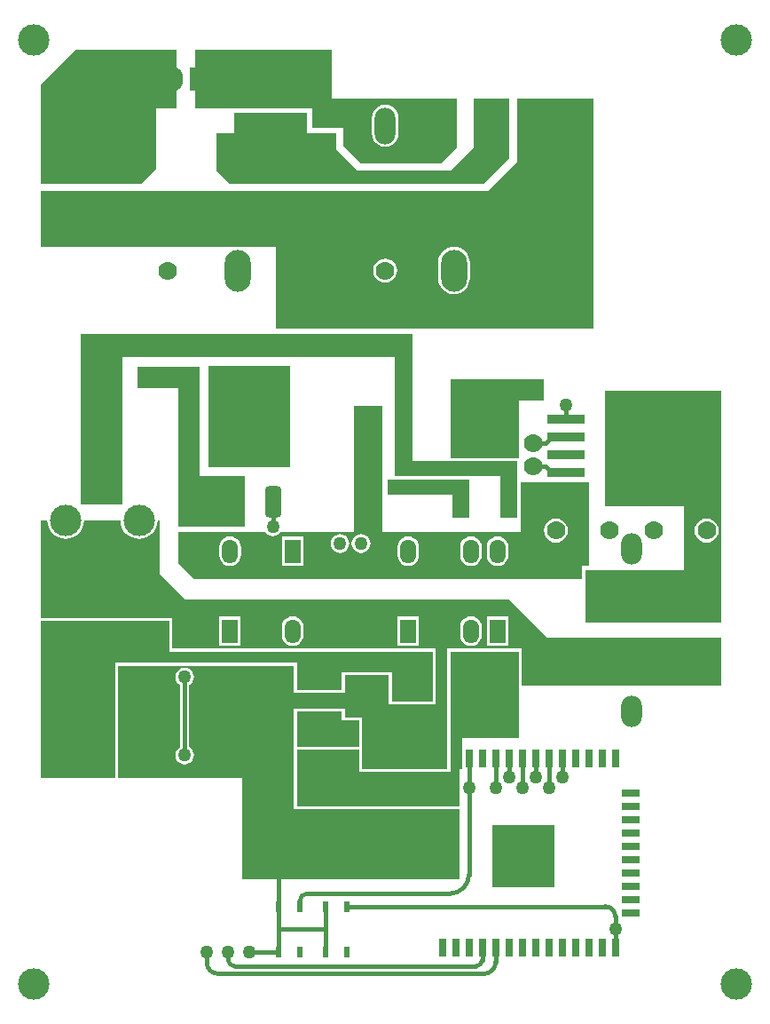
<source format=gtl>
G04*
G04 #@! TF.GenerationSoftware,Altium Limited,Altium Designer,18.0.7 (293)*
G04*
G04 Layer_Physical_Order=1*
G04 Layer_Color=255*
%FSLAX44Y44*%
%MOMM*%
G71*
G01*
G75*
%ADD10C,0.3810*%
%ADD11R,1.0000X1.3970*%
G04:AMPARAMS|DCode=12|XSize=1.6mm|YSize=3mm|CornerRadius=0.4mm|HoleSize=0mm|Usage=FLASHONLY|Rotation=180.000|XOffset=0mm|YOffset=0mm|HoleType=Round|Shape=RoundedRectangle|*
%AMROUNDEDRECTD12*
21,1,1.6000,2.2000,0,0,180.0*
21,1,0.8000,3.0000,0,0,180.0*
1,1,0.8000,-0.4000,1.1000*
1,1,0.8000,0.4000,1.1000*
1,1,0.8000,0.4000,-1.1000*
1,1,0.8000,-0.4000,-1.1000*
%
%ADD12ROUNDEDRECTD12*%
G04:AMPARAMS|DCode=13|XSize=5.8mm|YSize=6.2mm|CornerRadius=1.45mm|HoleSize=0mm|Usage=FLASHONLY|Rotation=180.000|XOffset=0mm|YOffset=0mm|HoleType=Round|Shape=RoundedRectangle|*
%AMROUNDEDRECTD13*
21,1,5.8000,3.3000,0,0,180.0*
21,1,2.9000,6.2000,0,0,180.0*
1,1,2.9000,-1.4500,1.6500*
1,1,2.9000,1.4500,1.6500*
1,1,2.9000,1.4500,-1.6500*
1,1,2.9000,-1.4500,-1.6500*
%
%ADD13ROUNDEDRECTD13*%
%ADD14R,0.6000X1.0000*%
%ADD15R,2.0000X4.1000*%
%ADD16R,1.3970X1.0000*%
%ADD17R,2.0000X4.0000*%
%ADD18R,7.0000X5.0000*%
%ADD19R,1.8000X0.8000*%
%ADD20R,0.8000X1.8000*%
%ADD21R,6.0000X6.0000*%
%ADD22R,1.8000X3.3000*%
%ADD23R,7.0000X8.5000*%
%ADD24R,3.5800X0.9000*%
G04:AMPARAMS|DCode=25|XSize=1.6mm|YSize=3mm|CornerRadius=0.4mm|HoleSize=0mm|Usage=FLASHONLY|Rotation=270.000|XOffset=0mm|YOffset=0mm|HoleType=Round|Shape=RoundedRectangle|*
%AMROUNDEDRECTD25*
21,1,1.6000,2.2000,0,0,270.0*
21,1,0.8000,3.0000,0,0,270.0*
1,1,0.8000,-1.1000,-0.4000*
1,1,0.8000,-1.1000,0.4000*
1,1,0.8000,1.1000,0.4000*
1,1,0.8000,1.1000,-0.4000*
%
%ADD25ROUNDEDRECTD25*%
G04:AMPARAMS|DCode=26|XSize=5.8mm|YSize=6.2mm|CornerRadius=1.45mm|HoleSize=0mm|Usage=FLASHONLY|Rotation=270.000|XOffset=0mm|YOffset=0mm|HoleType=Round|Shape=RoundedRectangle|*
%AMROUNDEDRECTD26*
21,1,5.8000,3.3000,0,0,270.0*
21,1,2.9000,6.2000,0,0,270.0*
1,1,2.9000,-1.6500,-1.4500*
1,1,2.9000,-1.6500,1.4500*
1,1,2.9000,1.6500,1.4500*
1,1,2.9000,1.6500,-1.4500*
%
%ADD26ROUNDEDRECTD26*%
%ADD27R,7.7888X9.6097*%
%ADD28C,1.7780*%
%ADD29R,1.9050X2.2860*%
%ADD30O,1.9050X2.2860*%
%ADD31O,2.0000X3.5000*%
%ADD32R,1.5240X2.2860*%
%ADD33O,1.5240X2.2860*%
%ADD34O,2.5000X4.0000*%
%ADD35R,2.5000X4.0000*%
%ADD36R,1.2080X1.2080*%
%ADD37C,1.2080*%
%ADD38O,2.0000X3.0000*%
%ADD39C,3.0480*%
%ADD40C,1.2700*%
%ADD41C,3.0000*%
%ADD42C,3.0000*%
G36*
X-415926Y449199D02*
X-415926Y393319D01*
X-304674Y393319D01*
Y374523D01*
X-274956D01*
Y357251D01*
X-257824Y340119D01*
X-181894Y340119D01*
X-166498Y355515D01*
Y401955D01*
X-285624Y401955D01*
Y449199D01*
X-415926Y449199D01*
D02*
G37*
G36*
X-563500Y415671D02*
X-563500Y320675D01*
X-467488Y320675D01*
X-453264Y334899D01*
X-453264Y393319D01*
X-433452Y393319D01*
X-433452Y449199D01*
X-529972Y449199D01*
X-563500Y415671D01*
D02*
G37*
G36*
X-150496Y355219D02*
X-172340Y333375D01*
X-261494Y333375D01*
X-281560Y353441D01*
X-281560Y368814D01*
X-395860D01*
Y333375D01*
X-383160Y320675D01*
X-140590Y320675D01*
X-115952Y345313D01*
Y401955D01*
X-150496Y401955D01*
X-150496Y355219D01*
D02*
G37*
G36*
X-108840Y342265D02*
X-136780Y314325D01*
X-563500Y314325D01*
X-563500Y261239D01*
X-339218Y261239D01*
Y183007D01*
X-35942Y183007D01*
X-35942Y401955D01*
X-108840Y401955D01*
Y342265D01*
D02*
G37*
G36*
X-172612Y59601D02*
X-106812D01*
Y113957D01*
X-83524Y113957D01*
Y134785D01*
X-172612Y134785D01*
Y59601D01*
D02*
G37*
G36*
X-470790Y126186D02*
X-431766D01*
Y-5965D01*
X-368774Y-5965D01*
X-368774Y42291D01*
X-411997Y42291D01*
X-411997Y146845D01*
X-470790D01*
Y126186D01*
D02*
G37*
G36*
X-232030Y25019D02*
X-170816Y25019D01*
X-170816Y2921D01*
X-154560Y2921D01*
X-154560Y39243D01*
X-232030D01*
X-232030Y25019D01*
D02*
G37*
G36*
X-525400Y177927D02*
X-525400Y15367D01*
X-485268Y15367D01*
X-485268Y155829D01*
X-225758Y155829D01*
X-225758Y91313D01*
X-225758Y42291D01*
X-125096Y42291D01*
X-125096Y2921D01*
X-108840Y2921D01*
X-108840Y56769D01*
X-208662Y56769D01*
X-208662Y91313D01*
X-225758D01*
X-208662Y91313D01*
X-208662Y177927D01*
X-525400Y177927D01*
D02*
G37*
G36*
X-264314Y109369D02*
X-264314Y-11027D01*
X-334528Y-11027D01*
X-335509Y-12305D01*
X-337366Y-13730D01*
X-339529Y-14626D01*
X-341850Y-14932D01*
X-344170Y-14626D01*
X-346333Y-13730D01*
X-348190Y-12305D01*
X-349171Y-11027D01*
X-431766Y-11027D01*
X-431766Y-41454D01*
X-417235Y-55985D01*
X-46694Y-55985D01*
Y-43307D01*
X-40090D01*
X-40090Y36741D01*
X-105368D01*
Y-11027D01*
X-237644Y-11027D01*
X-237644Y109369D01*
X-264314Y109369D01*
D02*
G37*
G36*
X-563500Y-92762D02*
X-437862Y-92762D01*
X-437862Y-122226D01*
X-186402D01*
Y-175531D01*
X-231106D01*
Y-147169D01*
X-273270Y-147169D01*
X-273270Y-164390D01*
X-321784Y-164390D01*
X-321784Y-138482D01*
X-489678Y-138482D01*
X-489678Y-245585D01*
X-371568Y-245585D01*
Y-342189D01*
X-163916D01*
Y-275389D01*
X-321784D01*
Y-212608D01*
X-321784Y-179630D01*
X-273371Y-179630D01*
X-273371Y-187504D01*
X-256506Y-187504D01*
X-256506Y-236780D01*
X-175226Y-236780D01*
X-175226Y-122226D01*
X-104106D01*
Y-157278D01*
X19846Y-157278D01*
X86148Y-157278D01*
X86148Y-111812D01*
X-79722D01*
X-116044Y-75490D01*
X-425416Y-75490D01*
X-449800Y-51106D01*
Y-0D01*
X-452039D01*
X-452378Y-3438D01*
X-453381Y-6745D01*
X-455009Y-9792D01*
X-457201Y-12463D01*
X-459872Y-14655D01*
X-462919Y-16283D01*
X-466225Y-17286D01*
X-469664Y-17625D01*
X-473102Y-17286D01*
X-476409Y-16283D01*
X-479456Y-14655D01*
X-482126Y-12463D01*
X-484318Y-9792D01*
X-485947Y-6745D01*
X-486950Y-3438D01*
X-487289Y-0D01*
X-522039Y0D01*
X-522378Y-3438D01*
X-523381Y-6745D01*
X-525009Y-9792D01*
X-527201Y-12463D01*
X-529872Y-14655D01*
X-532919Y-16283D01*
X-536225Y-17286D01*
X-539664Y-17625D01*
X-543102Y-17286D01*
X-546409Y-16283D01*
X-549456Y-14655D01*
X-552127Y-12463D01*
X-554318Y-9792D01*
X-555947Y-6745D01*
X-556950Y-3438D01*
X-557289Y0D01*
X-563499D01*
X-563500Y-92762D01*
D02*
G37*
G36*
X-24792Y13373D02*
X50168Y13373D01*
X50168Y-47095D01*
X-43816Y-47095D01*
X-43816Y-97387D01*
X86148Y-97387D01*
X86148Y123825D01*
X-24792Y123825D01*
Y13373D01*
D02*
G37*
G36*
X-318990Y-182220D02*
X-318990Y-215698D01*
X-259300Y-215698D01*
X-259300Y-190298D01*
X-276064Y-190298D01*
X-276064Y-182220D01*
X-318990Y-182220D01*
D02*
G37*
G36*
X-563500Y-95556D02*
X-563500Y-245585D01*
X-492450D01*
X-492450Y-135688D01*
X-318990Y-135688D01*
X-318990Y-161457D01*
X-276064Y-161457D01*
Y-144579D01*
X-228312Y-144579D01*
X-228312Y-172737D01*
X-189196Y-172737D01*
X-189196Y-125020D01*
X-440656Y-125020D01*
X-440656Y-95556D01*
X-563500Y-95556D01*
D02*
G37*
G36*
X-172612Y-236780D02*
X-172612D01*
X-172612Y-239574D01*
X-259300D01*
X-259300Y-218746D01*
X-318990Y-218746D01*
X-318990Y-272425D01*
X-163916Y-272425D01*
X-163916Y-236780D01*
X-161376D01*
X-161376Y-207062D01*
X-106812D01*
X-106812Y-125020D01*
X-172612Y-125020D01*
Y-236780D01*
D02*
G37*
%LPC*%
G36*
X-234702Y396462D02*
X-231428Y396031D01*
X-228378Y394768D01*
X-225758Y392758D01*
X-223748Y390138D01*
X-222485Y387088D01*
X-222054Y383814D01*
Y368814D01*
X-222485Y365541D01*
X-223748Y362490D01*
X-225758Y359870D01*
X-228378Y357860D01*
X-231428Y356597D01*
X-234702Y356166D01*
X-237976Y356597D01*
X-241026Y357860D01*
X-243646Y359870D01*
X-245656Y362490D01*
X-246919Y365541D01*
X-247350Y368814D01*
Y383814D01*
X-246919Y387088D01*
X-245656Y390138D01*
X-243646Y392758D01*
X-241026Y394768D01*
X-237976Y396031D01*
X-234702Y396462D01*
D02*
G37*
G36*
X-234750Y249770D02*
X-231766Y249377D01*
X-228986Y248225D01*
X-226598Y246393D01*
X-224766Y244005D01*
X-223615Y241225D01*
X-223222Y238241D01*
X-223615Y235257D01*
X-224766Y232477D01*
X-226598Y230089D01*
X-228986Y228257D01*
X-231766Y227105D01*
X-234750Y226712D01*
X-237734Y227105D01*
X-240515Y228257D01*
X-242902Y230089D01*
X-244734Y232477D01*
X-245886Y235257D01*
X-246279Y238241D01*
X-245886Y241225D01*
X-244734Y244005D01*
X-242902Y246393D01*
X-240515Y248225D01*
X-237734Y249377D01*
X-234750Y249770D01*
D02*
G37*
G36*
X-168902Y260854D02*
X-165954Y260563D01*
X-163119Y259703D01*
X-160506Y258307D01*
X-158216Y256427D01*
X-156337Y254137D01*
X-154940Y251524D01*
X-154080Y248689D01*
X-153790Y245741D01*
Y230741D01*
X-154080Y227793D01*
X-154940Y224958D01*
X-156337Y222345D01*
X-158216Y220055D01*
X-160506Y218175D01*
X-163119Y216779D01*
X-165954Y215919D01*
X-168902Y215628D01*
X-171851Y215919D01*
X-174686Y216779D01*
X-177299Y218175D01*
X-179589Y220055D01*
X-181468Y222345D01*
X-182865Y224958D01*
X-183725Y227793D01*
X-184015Y230741D01*
Y245741D01*
X-183725Y248689D01*
X-182865Y251524D01*
X-181468Y254137D01*
X-179589Y256427D01*
X-177299Y258307D01*
X-174686Y259703D01*
X-171851Y260563D01*
X-168902Y260854D01*
D02*
G37*
G36*
X-71752Y1880D02*
X-68769Y1487D01*
X-65988Y335D01*
X-63600Y-1497D01*
X-61768Y-3885D01*
X-60616Y-6665D01*
X-60224Y-9649D01*
X-60616Y-12633D01*
X-61768Y-15413D01*
X-63600Y-17801D01*
X-65988Y-19633D01*
X-68769Y-20785D01*
X-71752Y-21178D01*
X-74736Y-20785D01*
X-77517Y-19633D01*
X-79904Y-17801D01*
X-81736Y-15413D01*
X-82888Y-12633D01*
X-83281Y-9649D01*
X-82888Y-6665D01*
X-81736Y-3885D01*
X-79904Y-1497D01*
X-77517Y335D01*
X-74736Y1487D01*
X-71752Y1880D01*
D02*
G37*
G36*
X-277854Y-12982D02*
X-275534Y-13288D01*
X-273371Y-14184D01*
X-271514Y-15609D01*
X-270089Y-17466D01*
X-269193Y-19628D01*
X-268888Y-21949D01*
X-269193Y-24270D01*
X-270089Y-26432D01*
X-271514Y-28289D01*
X-273371Y-29714D01*
X-275534Y-30610D01*
X-277854Y-30916D01*
X-280175Y-30610D01*
X-282338Y-29714D01*
X-284195Y-28289D01*
X-285620Y-26432D01*
X-286516Y-24270D01*
X-286821Y-21949D01*
X-286516Y-19628D01*
X-285620Y-17466D01*
X-284195Y-15609D01*
X-282338Y-14184D01*
X-280175Y-13288D01*
X-277854Y-12982D01*
D02*
G37*
G36*
X-257710D02*
X-255389Y-13288D01*
X-253226Y-14184D01*
X-251369Y-15609D01*
X-249944Y-17466D01*
X-249049Y-19628D01*
X-248743Y-21949D01*
X-249049Y-24270D01*
X-249944Y-26432D01*
X-251369Y-28289D01*
X-253226Y-29714D01*
X-255389Y-30610D01*
X-257710Y-30916D01*
X-260030Y-30610D01*
X-262193Y-29714D01*
X-264050Y-28289D01*
X-265475Y-26432D01*
X-266371Y-24270D01*
X-266677Y-21949D01*
X-266371Y-19628D01*
X-265475Y-17466D01*
X-264050Y-15609D01*
X-262193Y-14184D01*
X-260030Y-13288D01*
X-257710Y-12982D01*
D02*
G37*
G36*
X-333178Y-15218D02*
X-312858D01*
Y-43158D01*
X-333178D01*
Y-15218D01*
D02*
G37*
G36*
X-382690Y-15130D02*
X-380038Y-15480D01*
X-377566Y-16503D01*
X-375444Y-18132D01*
X-373815Y-20254D01*
X-372792Y-22726D01*
X-372443Y-25378D01*
Y-32998D01*
X-372792Y-35650D01*
X-373815Y-38122D01*
X-375444Y-40244D01*
X-377566Y-41873D01*
X-380038Y-42896D01*
X-382690Y-43246D01*
X-385342Y-42896D01*
X-387814Y-41873D01*
X-389936Y-40244D01*
X-391565Y-38122D01*
X-392589Y-35650D01*
X-392938Y-32998D01*
Y-25378D01*
X-392589Y-22726D01*
X-391565Y-20254D01*
X-389936Y-18132D01*
X-387814Y-16503D01*
X-385342Y-15480D01*
X-382690Y-15130D01*
D02*
G37*
G36*
X-212546D02*
X-209894Y-15480D01*
X-207422Y-16503D01*
X-205300Y-18132D01*
X-203671Y-20254D01*
X-202648Y-22726D01*
X-202298Y-25378D01*
Y-32998D01*
X-202648Y-35650D01*
X-203671Y-38122D01*
X-205300Y-40244D01*
X-207422Y-41873D01*
X-209894Y-42896D01*
X-212546Y-43246D01*
X-215198Y-42896D01*
X-217670Y-41873D01*
X-219792Y-40244D01*
X-221421Y-38122D01*
X-222445Y-35650D01*
X-222794Y-32998D01*
Y-25378D01*
X-222445Y-22726D01*
X-221421Y-20254D01*
X-219792Y-18132D01*
X-217670Y-16503D01*
X-215198Y-15480D01*
X-212546Y-15130D01*
D02*
G37*
G36*
X-152874D02*
X-150222Y-15480D01*
X-147750Y-16503D01*
X-145628Y-18132D01*
X-143999Y-20254D01*
X-142976Y-22726D01*
X-142626Y-25378D01*
Y-32998D01*
X-142976Y-35650D01*
X-143999Y-38122D01*
X-145628Y-40244D01*
X-147750Y-41873D01*
X-150222Y-42896D01*
X-152874Y-43246D01*
X-155526Y-42896D01*
X-157998Y-41873D01*
X-160120Y-40244D01*
X-161749Y-38122D01*
X-162773Y-35650D01*
X-163122Y-32998D01*
Y-25378D01*
X-162773Y-22726D01*
X-161749Y-20254D01*
X-160120Y-18132D01*
X-157998Y-16503D01*
X-155526Y-15480D01*
X-152874Y-15130D01*
D02*
G37*
G36*
X-127474D02*
X-124822Y-15480D01*
X-122350Y-16503D01*
X-120228Y-18132D01*
X-118599Y-20254D01*
X-117576Y-22726D01*
X-117226Y-25378D01*
Y-32998D01*
X-117576Y-35650D01*
X-118599Y-38122D01*
X-120228Y-40244D01*
X-122350Y-41873D01*
X-124822Y-42896D01*
X-127474Y-43246D01*
X-130126Y-42896D01*
X-132598Y-41873D01*
X-134720Y-40244D01*
X-136349Y-38122D01*
X-137373Y-35650D01*
X-137722Y-32998D01*
Y-25378D01*
X-137373Y-22726D01*
X-136349Y-20254D01*
X-134720Y-18132D01*
X-132598Y-16503D01*
X-130126Y-15480D01*
X-127474Y-15130D01*
D02*
G37*
G36*
X-392850Y-91418D02*
X-372530D01*
Y-119358D01*
X-392850D01*
Y-91418D01*
D02*
G37*
G36*
X-222706D02*
X-202386D01*
Y-119358D01*
X-222706D01*
Y-91418D01*
D02*
G37*
G36*
X-137634D02*
X-117314D01*
Y-119358D01*
X-137634D01*
Y-91418D01*
D02*
G37*
G36*
X-323018Y-91330D02*
X-320366Y-91679D01*
X-317894Y-92703D01*
X-315772Y-94332D01*
X-314143Y-96454D01*
X-313120Y-98926D01*
X-312771Y-101578D01*
Y-109198D01*
X-313120Y-111850D01*
X-314143Y-114322D01*
X-315772Y-116444D01*
X-317894Y-118073D01*
X-320366Y-119096D01*
X-323018Y-119446D01*
X-325670Y-119096D01*
X-328142Y-118073D01*
X-330264Y-116444D01*
X-331893Y-114322D01*
X-332917Y-111850D01*
X-333266Y-109198D01*
Y-101578D01*
X-332917Y-98926D01*
X-331893Y-96454D01*
X-330264Y-94332D01*
X-328142Y-92703D01*
X-325670Y-91679D01*
X-323018Y-91330D01*
D02*
G37*
G36*
X-152874D02*
X-150222Y-91679D01*
X-147750Y-92703D01*
X-145628Y-94332D01*
X-143999Y-96454D01*
X-142976Y-98926D01*
X-142626Y-101578D01*
Y-109198D01*
X-142976Y-111850D01*
X-143999Y-114322D01*
X-145628Y-116444D01*
X-147750Y-118073D01*
X-150222Y-119096D01*
X-152874Y-119446D01*
X-155526Y-119096D01*
X-157998Y-118073D01*
X-160120Y-116444D01*
X-161749Y-114322D01*
X-162773Y-111850D01*
X-163122Y-109198D01*
Y-101578D01*
X-162773Y-98926D01*
X-161749Y-96454D01*
X-160120Y-94332D01*
X-157998Y-92703D01*
X-155526Y-91679D01*
X-152874Y-91330D01*
D02*
G37*
G36*
X-426128Y-140215D02*
X-423807Y-140521D01*
X-421645Y-141417D01*
X-419787Y-142842D01*
X-418362Y-144699D01*
X-417467Y-146861D01*
X-417161Y-149182D01*
X-417467Y-151503D01*
X-418362Y-153665D01*
X-419787Y-155522D01*
X-421596Y-156910D01*
Y-215954D01*
X-419787Y-217342D01*
X-418362Y-219199D01*
X-417467Y-221361D01*
X-417161Y-223682D01*
X-417467Y-226003D01*
X-418362Y-228165D01*
X-419787Y-230023D01*
X-421645Y-231447D01*
X-423807Y-232343D01*
X-426128Y-232649D01*
X-428449Y-232343D01*
X-430611Y-231447D01*
X-432468Y-230023D01*
X-433893Y-228165D01*
X-434789Y-226003D01*
X-435094Y-223682D01*
X-434789Y-221361D01*
X-433893Y-219199D01*
X-432468Y-217342D01*
X-430660Y-215954D01*
Y-156910D01*
X-432468Y-155522D01*
X-433893Y-153665D01*
X-434789Y-151503D01*
X-435094Y-149182D01*
X-434789Y-146861D01*
X-433893Y-144699D01*
X-432468Y-142842D01*
X-430611Y-141417D01*
X-428449Y-140521D01*
X-426128Y-140215D01*
D02*
G37*
G36*
X72088Y1880D02*
X75072Y1487D01*
X77853Y335D01*
X80240Y-1497D01*
X82073Y-3885D01*
X83224Y-6665D01*
X83617Y-9649D01*
X83224Y-12633D01*
X82073Y-15413D01*
X80240Y-17801D01*
X77853Y-19633D01*
X75072Y-20785D01*
X72088Y-21178D01*
X69105Y-20785D01*
X66324Y-19633D01*
X63937Y-17801D01*
X62104Y-15413D01*
X60953Y-12633D01*
X60560Y-9649D01*
X60953Y-6665D01*
X62104Y-3885D01*
X63937Y-1497D01*
X66324Y335D01*
X69105Y1487D01*
X72088Y1880D01*
D02*
G37*
%LPD*%
D10*
X-404999Y-421362D02*
G03*
X-394255Y-432107I10745J0D01*
G01*
X-140340D02*
G03*
X-129372Y-421139I0J10968D01*
G01*
X-384854Y-418259D02*
G03*
X-378119Y-424995I6736J0D01*
G01*
X-148239D02*
G03*
X-142072Y-418828I0J6167D01*
G01*
X-309200Y-355652D02*
G03*
X-316233Y-362684I0J-7032D01*
G01*
X-172847Y-355652D02*
G03*
X-154772Y-337577I0J18075D01*
G01*
X-15072Y-377455D02*
G03*
X-24602Y-367925I-9530J0D01*
G01*
X-336233Y-411179D02*
X-364710D01*
X-129372Y-421139D02*
Y-407179D01*
X-140340Y-432107D02*
X-394255D01*
X-148239Y-424995D02*
X-378119D01*
X-142072Y-418828D02*
Y-407179D01*
X-404999Y-421362D02*
Y-411179D01*
X-384854Y-418259D02*
Y-411179D01*
X-336233Y-367925D02*
Y-335166D01*
Y-389552D02*
Y-367925D01*
Y-411179D02*
Y-389552D01*
X-291232D02*
Y-367925D01*
Y-411179D02*
Y-389552D01*
X-336233D01*
X-426128Y-223682D02*
Y-149182D01*
X-172847Y-355652D02*
X-309200D01*
X-316233Y-367925D02*
Y-362684D01*
X-154772Y-337577D02*
Y-254839D01*
X-15072Y-389179D02*
Y-377455D01*
X-24602Y-367925D02*
X-271232D01*
X-154772Y-254839D02*
Y-226839D01*
X-15072Y-407179D02*
Y-389179D01*
X-129372Y-254839D02*
Y-226839D01*
X-116672Y-244839D02*
Y-226839D01*
X-103972Y-254839D02*
Y-226839D01*
X-65872Y-244839D02*
Y-226839D01*
X-78572Y-254839D02*
Y-226839D01*
X-91272Y-244839D02*
Y-226839D01*
X-62188Y96431D02*
Y107649D01*
X-81522Y73571D02*
X-93639D01*
X-62188Y79431D02*
X-75662D01*
X-81522Y73571D01*
X-75662Y45431D02*
X-81522Y51291D01*
X-62188Y45431D02*
X-75662D01*
X-81522Y51291D02*
X-93639D01*
X-341850Y-5965D02*
Y18236D01*
D11*
X-189332Y-209264D02*
D03*
X-166472D02*
D03*
D12*
X-162692Y18236D02*
D03*
X-116972D02*
D03*
X-341850D02*
D03*
X-387570D02*
D03*
D13*
X-139832Y90626D02*
D03*
X-364710D02*
D03*
D14*
X-336233Y-411179D02*
D03*
X-316233D02*
D03*
Y-367925D02*
D03*
X-336233D02*
D03*
X-291232Y-411179D02*
D03*
X-271232D02*
D03*
Y-367925D02*
D03*
X-291232D02*
D03*
D15*
X-505150Y-124115D02*
D03*
Y-37115D02*
D03*
D16*
X-266320Y-156009D02*
D03*
Y-133149D02*
D03*
Y-201729D02*
D03*
Y-178869D02*
D03*
X-238222Y-156009D02*
D03*
Y-133149D02*
D03*
D17*
X-306232Y-310889D02*
D03*
Y-239889D02*
D03*
D18*
X-343925Y364341D02*
D03*
X-505469D02*
D03*
D19*
X-172Y-374139D02*
D03*
Y-361439D02*
D03*
Y-348739D02*
D03*
Y-310639D02*
D03*
Y-336039D02*
D03*
Y-323339D02*
D03*
Y-272539D02*
D03*
Y-297939D02*
D03*
Y-285239D02*
D03*
Y-259839D02*
D03*
D20*
X-15072Y-407179D02*
D03*
X-53172D02*
D03*
X-40472D02*
D03*
X-27772D02*
D03*
X-15072Y-226839D02*
D03*
X-27772D02*
D03*
X-53172D02*
D03*
X-40472D02*
D03*
X-103972Y-407179D02*
D03*
X-116672D02*
D03*
X-65872D02*
D03*
X-91272D02*
D03*
X-78572D02*
D03*
X-129372D02*
D03*
X-154772D02*
D03*
X-142072D02*
D03*
X-167472D02*
D03*
X-180172D02*
D03*
X-116672Y-226839D02*
D03*
X-103972D02*
D03*
X-65872D02*
D03*
X-91272D02*
D03*
X-78572D02*
D03*
X-167472D02*
D03*
X-180172D02*
D03*
X-129372D02*
D03*
X-154772D02*
D03*
X-142072D02*
D03*
D21*
X-102832Y-319839D02*
D03*
D22*
X-473152Y-167439D02*
D03*
X-537152D02*
D03*
D23*
X22012Y62431D02*
D03*
D24*
X-62188Y45431D02*
D03*
Y28431D02*
D03*
Y62431D02*
D03*
Y96431D02*
D03*
Y79431D02*
D03*
D25*
X-292320Y-190299D02*
D03*
Y-144579D02*
D03*
X-212222Y-190299D02*
D03*
Y-144579D02*
D03*
D26*
X-364710Y-167439D02*
D03*
X-139832D02*
D03*
D27*
X-364710Y98796D02*
D03*
D28*
X-71752Y-9649D02*
D03*
X-20952D02*
D03*
X21288D02*
D03*
X72088D02*
D03*
X-93639Y51291D02*
D03*
Y491D02*
D03*
Y124371D02*
D03*
Y73571D02*
D03*
X-234750Y238241D02*
D03*
Y289041D02*
D03*
X-442085Y238241D02*
D03*
Y289041D02*
D03*
D29*
X-411997Y421133D02*
D03*
D30*
X-437397D02*
D03*
D31*
X-234702Y376314D02*
D03*
X-183902D02*
D03*
X-82302D02*
D03*
X-133102D02*
D03*
D32*
X-382690Y-105388D02*
D03*
X-323018Y-29188D02*
D03*
X-212546Y-105388D02*
D03*
X-127474D02*
D03*
D33*
X-408090D02*
D03*
Y-29188D02*
D03*
X-382690D02*
D03*
X-297618D02*
D03*
Y-105388D02*
D03*
X-323018D02*
D03*
X-237946D02*
D03*
Y-29188D02*
D03*
X-212546D02*
D03*
X-152874Y-105388D02*
D03*
Y-29188D02*
D03*
X-127474D02*
D03*
D34*
X-168902Y238241D02*
D03*
X-375602D02*
D03*
D35*
X-93903D02*
D03*
X-300602D02*
D03*
D36*
X-217250Y99969D02*
D03*
X-224750Y31919D02*
D03*
D37*
X-252250Y99969D02*
D03*
X-244750Y31919D02*
D03*
D38*
X196Y-181869D02*
D03*
X196Y-131869D02*
D03*
X196Y-76869D02*
D03*
X196Y-26869D02*
D03*
D39*
X-504664Y35000D02*
D03*
Y289000D02*
D03*
D40*
X-364710Y-411179D02*
D03*
X-404999D02*
D03*
X-384854D02*
D03*
X-421249Y80449D02*
D03*
X-275908Y-289755D02*
D03*
X-426128Y-149182D02*
D03*
Y-223682D02*
D03*
X-219221Y-313173D02*
D03*
X-239366D02*
D03*
X-199076D02*
D03*
X-199464Y-254839D02*
D03*
X-239753D02*
D03*
X-219609D02*
D03*
X-15072Y-389179D02*
D03*
X-154772Y-254839D02*
D03*
X-129372D02*
D03*
X-103972D02*
D03*
X-116672Y-244839D02*
D03*
X-214979Y-163102D02*
D03*
X-91272Y-244839D02*
D03*
X-78572Y-254839D02*
D03*
X-65872Y-244839D02*
D03*
X-306667Y-207570D02*
D03*
X-286523D02*
D03*
X-364710Y135499D02*
D03*
X-344565D02*
D03*
X-384854D02*
D03*
X-461538Y136515D02*
D03*
X-421249Y135499D02*
D03*
X-441393Y136007D02*
D03*
X-257710Y-21949D02*
D03*
X-62188Y110431D02*
D03*
X-257710Y-39949D02*
D03*
X-277854D02*
D03*
Y-21949D02*
D03*
X-341850Y-5965D02*
D03*
D41*
X-539664Y0D02*
D03*
X-469664D02*
D03*
D42*
X100168Y458241D02*
D03*
X-569832Y-441759D02*
D03*
Y458241D02*
D03*
X100168Y-441759D02*
D03*
M02*

</source>
